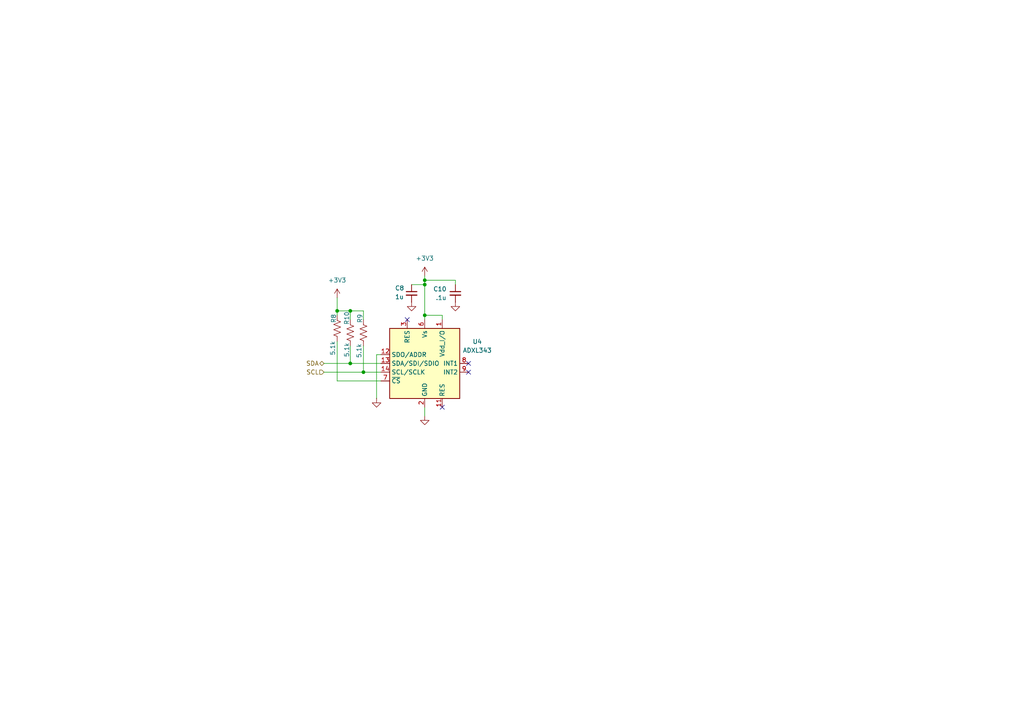
<source format=kicad_sch>
(kicad_sch (version 20231120) (generator "eeschema") (generator_version "8.0")
  (paper "A4")
  (lib_symbols
    (symbol "Device:C_Small" (pin_numbers hide) (pin_names (offset 0.254) hide)
      (property "Reference" "C" (at 0.254 1.778 0))
      (property "Value" "C_Small" (at 0.254 -2.032 0))
      (symbol "C_Small_0_1"
        (polyline (pts (xy -1.524 -0.508) (xy 1.524 -0.508)) (stroke (width 0.3302)))
        (polyline (pts (xy -1.524 0.508) (xy 1.524 0.508)) (stroke (width 0.3048)))
      )
      (symbol "C_Small_1_1"
        (pin passive line (at 0 2.54 270) (length 2.032) (name "~") (number "1"))
        (pin passive line (at 0 -2.54 90) (length 2.032) (name "~") (number "2"))
      )
    )
    (symbol "Device:R_US" (pin_numbers hide) (pin_names (offset 0))
      (property "Reference" "R" (at 2.54 0 90))
      (property "Value" "R_US" (at -2.54 0 90))
      (symbol "R_US_0_1"
        (polyline (pts (xy 0 -2.286) (xy 0 -2.54)))
        (polyline (pts (xy 0 2.286) (xy 0 2.54)))
        (polyline (pts (xy 0 -0.762) (xy 1.016 -1.143) (xy 0 -1.524) (xy -1.016 -1.905) (xy 0 -2.286)))
        (polyline (pts (xy 0 0.762) (xy 1.016 0.381) (xy 0 0) (xy -1.016 -0.381) (xy 0 -0.762)))
        (polyline (pts (xy 0 2.286) (xy 1.016 1.905) (xy 0 1.524) (xy -1.016 1.143) (xy 0 0.762)))
      )
      (symbol "R_US_1_1"
        (pin passive line (at 0 3.81 270) (length 1.27) (name "~") (number "1"))
        (pin passive line (at 0 -3.81 90) (length 1.27) (name "~") (number "2"))
      )
    )
    (symbol "Sensor_Motion:ADXL343"
      (property "Reference" "U" (at -8.89 11.43 0))
      (property "Value" "ADXL343" (at -7.62 -11.43 0))
      (symbol "ADXL343_0_1"
        (rectangle (start -10.16 10.16) (end 10.16 -10.16) (stroke (width 0.254)) (fill (type background)))
      )
      (symbol "ADXL343_1_1"
        (pin power_in line (at 5.08 12.7 270) (length 2.54) (name "Vdd_I/O") (number "1"))
        (pin no_connect line (at -5.08 -10.16 90) (length 2.54) hide (name "NC") (number "10"))
        (pin passive line (at 5.08 -12.7 90) (length 2.54) (name "RES") (number "11"))
        (pin bidirectional line (at -12.7 2.54 0) (length 2.54) (name "SDO/ADDR") (number "12"))
        (pin bidirectional line (at -12.7 0 0) (length 2.54) (name "SDA/SDI/SDIO") (number "13"))
        (pin input line (at -12.7 -2.54 0) (length 2.54) (name "SCL/SCLK") (number "14"))
        (pin power_in line (at 0 -12.7 90) (length 2.54) (name "GND") (number "2"))
        (pin passive line (at -5.08 12.7 270) (length 2.54) (name "RES") (number "3"))
        (pin passive line (at 0 -12.7 90) (length 2.54) hide (name "GND") (number "4"))
        (pin passive line (at 0 -12.7 90) (length 2.54) hide (name "GND") (number "5"))
        (pin power_in line (at 0 12.7 270) (length 2.54) (name "Vs") (number "6"))
        (pin input line (at -12.7 -5.08 0) (length 2.54) (name "~{CS}") (number "7"))
        (pin output line (at 12.7 0 180) (length 2.54) (name "INT1") (number "8"))
        (pin output line (at 12.7 -2.54 180) (length 2.54) (name "INT2") (number "9"))
      )
    )
    (symbol "power:+3V3" (power) (pin_numbers hide) (pin_names (offset 0) hide)
      (property "Value" "+3V3" (at 0 3.556 0))
      (symbol "+3V3_0_1"
        (polyline (pts (xy -0.762 1.27) (xy 0 2.54)))
        (polyline (pts (xy 0 0) (xy 0 2.54)))
        (polyline (pts (xy 0 2.54) (xy 0.762 1.27)))
      )
      (symbol "+3V3_1_1"
        (pin power_in line (at 0 0 90) (length 0) (name "~") (number "1"))
      )
    )
    (symbol "power:GND" (power) (pin_numbers hide) (pin_names (offset 0) hide)
      (symbol "GND_0_1"
        (polyline (pts (xy 0 0) (xy 0 -1.27) (xy 1.27 -1.27) (xy 0 -2.54) (xy -1.27 -1.27) (xy 0 -1.27)))
      )
      (symbol "GND_1_1"
        (pin power_in line (at 0 0 270) (length 0) (name "~") (number "1"))
      )
    )
  )
  (junction (at 101.6 90.17))
  (junction (at 101.6 105.41))
  (junction (at 123.19 81.28))
  (junction (at 123.19 91.44))
  (junction (at 123.19 82.55))
  (junction (at 105.41 107.95))
  (junction (at 97.79 90.17))
  (no_connect (at 118.11 92.71))
  (no_connect (at 135.89 105.41))
  (no_connect (at 135.89 107.95))
  (no_connect (at 128.27 118.11))
  (wire (pts (xy 109.22 102.87) (xy 109.22 115.57)))
  (wire (pts (xy 123.19 82.55) (xy 123.19 91.44)))
  (wire (pts (xy 101.6 92.71) (xy 101.6 90.17)))
  (wire (pts (xy 123.19 91.44) (xy 128.27 91.44)))
  (wire (pts (xy 105.41 107.95) (xy 105.41 100.33)))
  (wire (pts (xy 93.98 107.95) (xy 105.41 107.95)))
  (wire (pts (xy 97.79 110.49) (xy 110.49 110.49)))
  (wire (pts (xy 119.38 82.55) (xy 123.19 82.55)))
  (wire (pts (xy 123.19 81.28) (xy 132.08 81.28)))
  (wire (pts (xy 128.27 91.44) (xy 128.27 92.71)))
  (wire (pts (xy 93.98 105.41) (xy 101.6 105.41)))
  (wire (pts (xy 123.19 118.11) (xy 123.19 120.65)))
  (wire (pts (xy 101.6 105.41) (xy 110.49 105.41)))
  (wire (pts (xy 97.79 90.17) (xy 97.79 91.44)))
  (wire (pts (xy 105.41 92.71) (xy 105.41 90.17)))
  (wire (pts (xy 101.6 90.17) (xy 97.79 90.17)))
  (wire (pts (xy 132.08 81.28) (xy 132.08 82.55)))
  (wire (pts (xy 105.41 107.95) (xy 110.49 107.95)))
  (wire (pts (xy 105.41 90.17) (xy 101.6 90.17)))
  (wire (pts (xy 109.22 102.87) (xy 110.49 102.87)))
  (wire (pts (xy 97.79 86.36) (xy 97.79 90.17)))
  (wire (pts (xy 123.19 91.44) (xy 123.19 92.71)))
  (wire (pts (xy 123.19 81.28) (xy 123.19 82.55)))
  (wire (pts (xy 97.79 99.06) (xy 97.79 110.49)))
  (wire (pts (xy 101.6 105.41) (xy 101.6 100.33)))
  (wire (pts (xy 123.19 80.01) (xy 123.19 81.28)))
  (hierarchical_label "SCL" (shape input) (at 93.98 107.95 180))
  (hierarchical_label "SDA" (shape bidirectional) (at 93.98 105.41 180))
  (symbol (lib_id "power:GND") (at 132.08 87.63 0) (unit 1)
    (property "Reference" "#PWR046" (effects (hide yes)))
    (property "Value" "GND" (effects (hide yes)))
    (property "Description" "Power symbol creates a global label with name \"GND\" , ground" (effects (hide yes)))
  )
  (symbol (lib_id "Device:C_Small") (at 132.08 85.09 0) (unit 1)
    (property "Reference" "C10" (at 129.54 83.8262 0) (effects (justify right)))
    (property "Value" ".1u" (at 129.54 86.3662 0) (effects (justify right)))
    (property "Footprint" "Capacitor_SMD:C_0402_1005Metric" (effects (hide yes)))
    (property "Description" "Unpolarized capacitor, small symbol" (effects (hide yes)))
    (property "MANUFACTURER" "490-10701-1-ND" (effects (hide yes)))
  )
  (symbol (lib_id "power:+3V3") (at 97.79 86.36 0) (unit 1)
    (property "Reference" "#PWR044" (effects (hide yes)))
    (property "Value" "+3V3" (at 97.79 81.28 0))
    (property "Description" "Power symbol creates a global label with name \"+3V3\"" (effects (hide yes)))
  )
  (symbol (lib_id "power:GND") (at 109.22 115.57 0) (unit 1)
    (property "Reference" "#PWR074" (effects (hide yes)))
    (property "Value" "GND" (effects (hide yes)))
    (property "Description" "Power symbol creates a global label with name \"GND\" , ground" (effects (hide yes)))
  )
  (symbol (lib_id "Device:R_US") (at 97.79 95.25 0) (unit 1)
    (property "Reference" "R8" (at 96.774 93.726 90) (effects (justify left)))
    (property "Value" "5.1k" (at 96.52 103.124 90) (effects (justify left)))
    (property "Footprint" "Resistor_SMD:R_0402_1005Metric" (effects (hide yes)))
    (property "Description" "Resistor, US symbol" (effects (hide yes)))
    (property "MANUFACTURER" "P5.1KDECT-ND" (effects (hide yes)))
  )
  (symbol (lib_id "Sensor_Motion:ADXL343") (at 123.19 105.41 0) (unit 1)
    (property "Reference" "U4" (at 138.43 99.0914 0))
    (property "Value" "ADXL343" (at 138.43 101.6314 0))
    (property "Footprint" "Package_LGA:LGA-14_3x5mm_P0.8mm_LayoutBorder1x6y" (effects (hide yes)))
    (property "Datasheet" "https://www.analog.com/media/en/technical-documentation/data-sheets/ADXL343.pdf" (effects (hide yes)))
    (property "Description" "3-Axis MEMS Accelerometer, 2/4/8/16g range, I2C/SPI, LGA-14" (effects (hide yes)))
    (property "MANUFACTURER" "ADXL343BCCZ" (effects (hide yes)))
  )
  (symbol (lib_id "power:+3V3") (at 123.19 80.01 0) (unit 1)
    (property "Reference" "#PWR043" (effects (hide yes)))
    (property "Value" "+3V3" (at 123.19 74.93 0))
    (property "Description" "Power symbol creates a global label with name \"+3V3\"" (effects (hide yes)))
  )
  (symbol (lib_id "Device:R_US") (at 105.41 96.52 0) (unit 1)
    (property "Reference" "R9" (at 104.394 93.726 90) (effects (justify left)))
    (property "Value" "5.1k" (at 104.14 103.886 90) (effects (justify left)))
    (property "Footprint" "Resistor_SMD:R_0402_1005Metric" (effects (hide yes)))
    (property "Description" "Resistor, US symbol" (effects (hide yes)))
    (property "MANUFACTURER" "P5.1KDECT-ND" (effects (hide yes)))
  )
  (symbol (lib_id "power:GND") (at 119.38 87.63 0) (unit 1)
    (property "Reference" "#PWR045" (effects (hide yes)))
    (property "Value" "GND" (effects (hide yes)))
    (property "Description" "Power symbol creates a global label with name \"GND\" , ground" (effects (hide yes)))
  )
  (symbol (lib_id "power:GND") (at 123.19 120.65 0) (unit 1)
    (property "Reference" "#PWR042" (effects (hide yes)))
    (property "Value" "GND" (effects (hide yes)))
    (property "Description" "Power symbol creates a global label with name \"GND\" , ground" (effects (hide yes)))
  )
  (symbol (lib_id "Device:C_Small") (at 119.38 85.09 0) (unit 1)
    (property "Reference" "C8" (at 114.554 83.566 0) (effects (justify left)))
    (property "Value" "1u" (at 114.554 86.106 0) (effects (justify left)))
    (property "Footprint" "Capacitor_SMD:C_0402_1005Metric" (effects (hide yes)))
    (property "Description" "Unpolarized capacitor, small symbol" (effects (hide yes)))
    (property "MANUFACTURER" "490-GRM155C81E105KE11JCT-ND" (effects (hide yes)))
  )
  (symbol (lib_id "Device:R_US") (at 101.6 96.52 0) (unit 1)
    (property "Reference" "R10" (at 100.584 94.234 90) (effects (justify left)))
    (property "Value" "5.1k" (at 100.584 103.632 90) (effects (justify left)))
    (property "Footprint" "Resistor_SMD:R_0402_1005Metric" (effects (hide yes)))
    (property "Description" "Resistor, US symbol" (effects (hide yes)))
    (property "MANUFACTURER" "P5.1KDECT-ND" (effects (hide yes)))
  )
)
</source>
